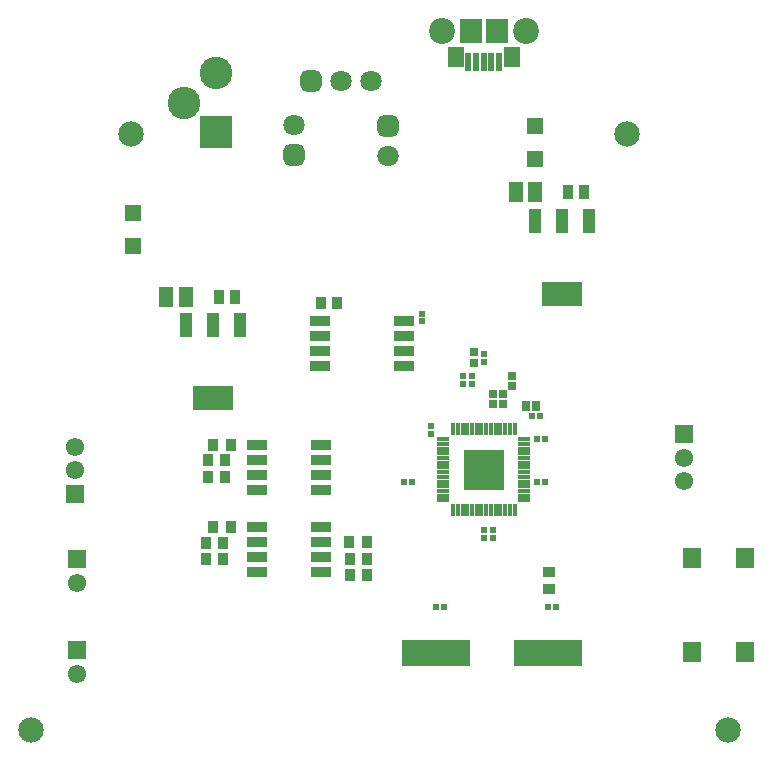
<source format=gbr>
G04*
G04 #@! TF.GenerationSoftware,Altium Limited,Altium Designer,23.8.1 (32)*
G04*
G04 Layer_Color=8388736*
%FSLAX44Y44*%
%MOMM*%
G71*
G04*
G04 #@! TF.SameCoordinates,B1DDD4D6-6927-4A11-B6FF-346F9E1F7E25*
G04*
G04*
G04 #@! TF.FilePolarity,Negative*
G04*
G01*
G75*
%ADD36R,3.4032X2.0532*%
%ADD37R,0.5432X1.6032*%
%ADD38R,1.3532X1.6532*%
%ADD39R,1.9532X2.1032*%
%ADD40R,0.6032X0.5532*%
%ADD41R,0.6532X0.7032*%
%ADD42R,3.4032X3.4032*%
%ADD43R,0.4032X1.0782*%
%ADD44R,1.0782X0.4032*%
%ADD45R,1.7312X0.8532*%
%ADD46R,1.5032X1.7532*%
%ADD47R,0.5532X0.6032*%
%ADD48R,0.9032X1.1032*%
%ADD49R,0.7032X0.7032*%
%ADD50R,0.8032X0.8232*%
%ADD51R,1.8032X0.8532*%
%ADD52R,0.9532X1.1432*%
%ADD53R,1.1732X1.6732*%
%ADD54R,5.8032X2.3032*%
%ADD55R,1.1032X0.9032*%
%ADD56R,1.1032X2.0532*%
%ADD57R,1.4032X1.4032*%
%ADD58R,1.5532X1.5532*%
%ADD59C,1.5532*%
%ADD60C,2.1982*%
G04:AMPARAMS|DCode=61|XSize=1.8032mm|YSize=1.8032mm|CornerRadius=0.5016mm|HoleSize=0mm|Usage=FLASHONLY|Rotation=90.000|XOffset=0mm|YOffset=0mm|HoleType=Round|Shape=RoundedRectangle|*
%AMROUNDEDRECTD61*
21,1,1.8032,0.8000,0,0,90.0*
21,1,0.8000,1.8032,0,0,90.0*
1,1,1.0032,0.4000,0.4000*
1,1,1.0032,0.4000,-0.4000*
1,1,1.0032,-0.4000,-0.4000*
1,1,1.0032,-0.4000,0.4000*
%
%ADD61ROUNDEDRECTD61*%
%ADD62C,1.8032*%
%ADD63C,2.1400*%
%ADD64R,2.7532X2.7532*%
%ADD65C,2.7532*%
G04:AMPARAMS|DCode=66|XSize=1.8032mm|YSize=1.8032mm|CornerRadius=0.5016mm|HoleSize=0mm|Usage=FLASHONLY|Rotation=0.000|XOffset=0mm|YOffset=0mm|HoleType=Round|Shape=RoundedRectangle|*
%AMROUNDEDRECTD66*
21,1,1.8032,0.8000,0,0,0.0*
21,1,0.8000,1.8032,0,0,0.0*
1,1,1.0032,0.4000,-0.4000*
1,1,1.0032,-0.4000,-0.4000*
1,1,1.0032,-0.4000,0.4000*
1,1,1.0032,0.4000,0.4000*
%
%ADD66ROUNDEDRECTD66*%
D36*
X184080Y311020D02*
D03*
X479820Y399010D02*
D03*
D37*
X400350Y595930D02*
D03*
X426350D02*
D03*
X419850D02*
D03*
X413350D02*
D03*
X406850D02*
D03*
D38*
X437050Y600130D02*
D03*
X389650D02*
D03*
D39*
X424600Y622430D02*
D03*
X402100D02*
D03*
D40*
X421300Y199200D02*
D03*
Y192600D02*
D03*
X413900D02*
D03*
Y199200D02*
D03*
X403511Y323538D02*
D03*
Y330138D02*
D03*
X395511Y323538D02*
D03*
Y330138D02*
D03*
X413780Y342100D02*
D03*
Y348700D02*
D03*
X360692Y376198D02*
D03*
Y382798D02*
D03*
X368350Y287260D02*
D03*
Y280660D02*
D03*
D41*
X421350Y314760D02*
D03*
Y306260D02*
D03*
X429350D02*
D03*
Y314760D02*
D03*
D42*
X413350Y250510D02*
D03*
D43*
X387350Y284890D02*
D03*
X391350D02*
D03*
X395350D02*
D03*
X399350D02*
D03*
X403350D02*
D03*
X407350D02*
D03*
X411350D02*
D03*
X415350D02*
D03*
X419350D02*
D03*
X423350D02*
D03*
X427350D02*
D03*
X431350D02*
D03*
X435350D02*
D03*
X439350D02*
D03*
Y216130D02*
D03*
X435350D02*
D03*
X431350D02*
D03*
X427350D02*
D03*
X423350D02*
D03*
X419350D02*
D03*
X415350D02*
D03*
X411350D02*
D03*
X407350D02*
D03*
X403350D02*
D03*
X399350D02*
D03*
X395350D02*
D03*
X391350D02*
D03*
X387350D02*
D03*
D44*
X447730Y276510D02*
D03*
Y272510D02*
D03*
Y268510D02*
D03*
Y264510D02*
D03*
Y260510D02*
D03*
Y256510D02*
D03*
Y252510D02*
D03*
Y248510D02*
D03*
Y244510D02*
D03*
Y240510D02*
D03*
Y236510D02*
D03*
Y232510D02*
D03*
Y228510D02*
D03*
Y224510D02*
D03*
X378970D02*
D03*
Y228510D02*
D03*
Y232510D02*
D03*
Y236510D02*
D03*
Y240510D02*
D03*
Y244510D02*
D03*
Y248510D02*
D03*
Y252510D02*
D03*
Y256510D02*
D03*
Y260510D02*
D03*
Y264510D02*
D03*
Y268510D02*
D03*
Y272510D02*
D03*
Y276510D02*
D03*
D45*
X275740Y201780D02*
D03*
Y189080D02*
D03*
Y176380D02*
D03*
Y163680D02*
D03*
X221520D02*
D03*
Y176380D02*
D03*
Y189080D02*
D03*
Y201780D02*
D03*
X275740Y271490D02*
D03*
Y258790D02*
D03*
Y246090D02*
D03*
Y233390D02*
D03*
X221520D02*
D03*
Y246090D02*
D03*
Y258790D02*
D03*
Y271490D02*
D03*
D46*
X634640Y175640D02*
D03*
Y96140D02*
D03*
X589640Y175640D02*
D03*
Y96140D02*
D03*
D47*
X352770Y240510D02*
D03*
X346170D02*
D03*
X454120Y295910D02*
D03*
X460720D02*
D03*
X458740Y240510D02*
D03*
X465340D02*
D03*
X379660Y134100D02*
D03*
X373060D02*
D03*
X474660Y134350D02*
D03*
X468060D02*
D03*
X465340Y276510D02*
D03*
X458740D02*
D03*
D48*
X184260Y201780D02*
D03*
X199260D02*
D03*
X184260Y271490D02*
D03*
X289350Y391910D02*
D03*
X275350D02*
D03*
X192490Y174710D02*
D03*
X178490D02*
D03*
X314050Y175280D02*
D03*
X300050D02*
D03*
X194100Y244560D02*
D03*
X180100D02*
D03*
X192490Y188710D02*
D03*
X178490D02*
D03*
X314050Y161280D02*
D03*
X300050D02*
D03*
X194100Y258560D02*
D03*
X180100D02*
D03*
X299550Y189080D02*
D03*
X314550D02*
D03*
X199260Y271490D02*
D03*
D49*
X404890Y340800D02*
D03*
Y350000D02*
D03*
X437620Y321650D02*
D03*
Y329850D02*
D03*
D50*
X448750Y304510D02*
D03*
X457950D02*
D03*
D51*
X274840Y376670D02*
D03*
Y363970D02*
D03*
Y351270D02*
D03*
Y338570D02*
D03*
X345840D02*
D03*
Y351270D02*
D03*
Y363970D02*
D03*
Y376670D02*
D03*
D52*
X498320Y485510D02*
D03*
X484320D02*
D03*
X203080Y397020D02*
D03*
X189080D02*
D03*
D53*
X456820Y485510D02*
D03*
X440220D02*
D03*
X161080Y397020D02*
D03*
X144480D02*
D03*
D54*
X373060Y95110D02*
D03*
X468060D02*
D03*
D55*
X468560Y163960D02*
D03*
Y149960D02*
D03*
D56*
X456820Y461010D02*
D03*
X479820D02*
D03*
X502820D02*
D03*
X161080Y373020D02*
D03*
X184080D02*
D03*
X207080D02*
D03*
D57*
X116080Y468320D02*
D03*
Y440320D02*
D03*
X456820Y541800D02*
D03*
Y513800D02*
D03*
D58*
X68580Y97790D02*
D03*
Y174940D02*
D03*
X582930Y280670D02*
D03*
X67310Y230190D02*
D03*
D59*
X68580Y77790D02*
D03*
Y154940D02*
D03*
X582930Y240670D02*
D03*
Y260670D02*
D03*
X67310Y250190D02*
D03*
Y270190D02*
D03*
D60*
X449100Y622430D02*
D03*
X377600D02*
D03*
D61*
X252560Y516620D02*
D03*
X332500Y541770D02*
D03*
D62*
X252560Y542020D02*
D03*
X317960Y579320D02*
D03*
X292560D02*
D03*
X332500Y516370D02*
D03*
D63*
X620000Y30000D02*
D03*
X30000D02*
D03*
X535000Y535000D02*
D03*
X115000D02*
D03*
D64*
X186450Y536220D02*
D03*
D65*
X159450Y561220D02*
D03*
X186450Y586220D02*
D03*
D66*
X267160Y579320D02*
D03*
M02*

</source>
